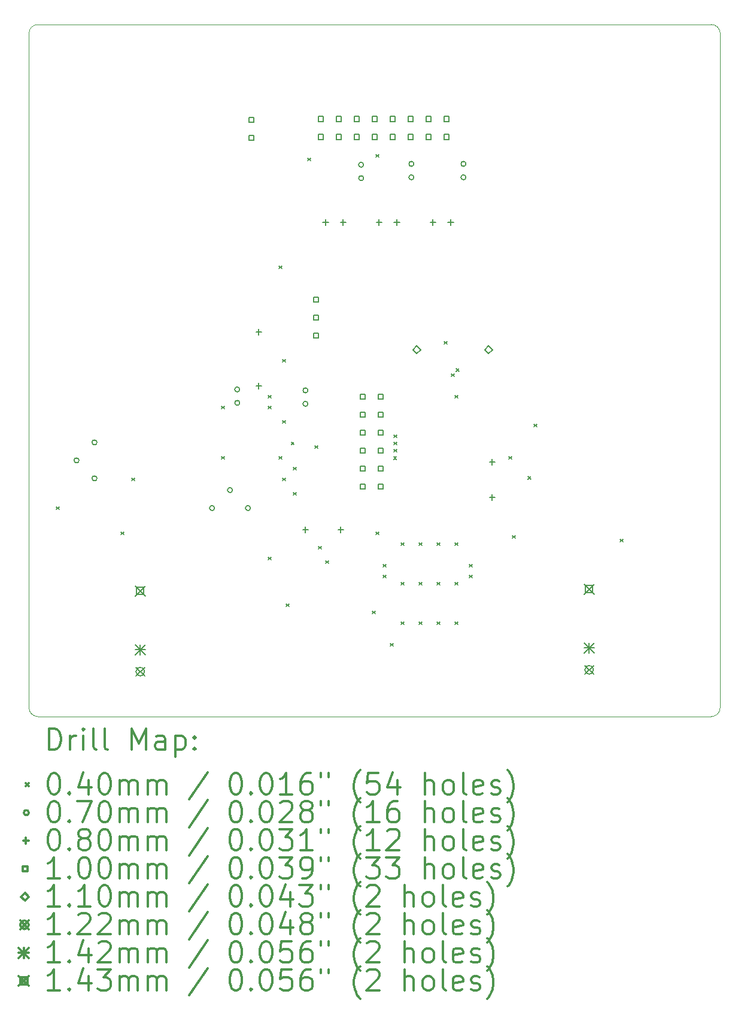
<source format=gbr>
%FSLAX45Y45*%
G04 Gerber Fmt 4.5, Leading zero omitted, Abs format (unit mm)*
G04 Created by KiCad (PCBNEW (5.1.5)-3) date 2022-04-14 12:46:40*
%MOMM*%
%LPD*%
G04 APERTURE LIST*
%TA.AperFunction,Profile*%
%ADD10C,0.050000*%
%TD*%
%ADD11C,0.200000*%
%ADD12C,0.300000*%
G04 APERTURE END LIST*
D10*
X13589000Y-13843000D02*
G75*
G02X13462000Y-13970000I-127000J0D01*
G01*
X3937000Y-13970000D02*
G75*
G02X3810000Y-13843000I0J127000D01*
G01*
X3810000Y-4318000D02*
G75*
G02X3937000Y-4191000I127000J0D01*
G01*
X13462000Y-4191000D02*
G75*
G02X13589000Y-4318000I0J-127000D01*
G01*
X3810000Y-4318000D02*
X3810000Y-13843000D01*
X13462000Y-4191000D02*
X3937000Y-4191000D01*
X13589000Y-13843000D02*
X13589000Y-4318000D01*
X3937000Y-13970000D02*
X13462000Y-13970000D01*
D11*
X4196400Y-11003600D02*
X4236400Y-11043600D01*
X4236400Y-11003600D02*
X4196400Y-11043600D01*
X5110800Y-11359200D02*
X5150800Y-11399200D01*
X5150800Y-11359200D02*
X5110800Y-11399200D01*
X5263200Y-10597200D02*
X5303200Y-10637200D01*
X5303200Y-10597200D02*
X5263200Y-10637200D01*
X6533200Y-9581200D02*
X6573200Y-9621200D01*
X6573200Y-9581200D02*
X6533200Y-9621200D01*
X6533200Y-10292400D02*
X6573200Y-10332400D01*
X6573200Y-10292400D02*
X6533200Y-10332400D01*
X7193600Y-9428800D02*
X7233600Y-9468800D01*
X7233600Y-9428800D02*
X7193600Y-9468800D01*
X7193600Y-9581200D02*
X7233600Y-9621200D01*
X7233600Y-9581200D02*
X7193600Y-9621200D01*
X7193600Y-11714800D02*
X7233600Y-11754800D01*
X7233600Y-11714800D02*
X7193600Y-11754800D01*
X7346000Y-7600000D02*
X7386000Y-7640000D01*
X7386000Y-7600000D02*
X7346000Y-7640000D01*
X7346000Y-10292400D02*
X7386000Y-10332400D01*
X7386000Y-10292400D02*
X7346000Y-10332400D01*
X7396800Y-8920800D02*
X7436800Y-8960800D01*
X7436800Y-8920800D02*
X7396800Y-8960800D01*
X7396800Y-9784400D02*
X7436800Y-9824400D01*
X7436800Y-9784400D02*
X7396800Y-9824400D01*
X7396800Y-10597200D02*
X7436800Y-10637200D01*
X7436800Y-10597200D02*
X7396800Y-10637200D01*
X7447600Y-12375200D02*
X7487600Y-12415200D01*
X7487600Y-12375200D02*
X7447600Y-12415200D01*
X7520100Y-10089200D02*
X7560100Y-10129200D01*
X7560100Y-10089200D02*
X7520100Y-10129200D01*
X7549200Y-10444800D02*
X7589200Y-10484800D01*
X7589200Y-10444800D02*
X7549200Y-10484800D01*
X7549200Y-10800400D02*
X7589200Y-10840400D01*
X7589200Y-10800400D02*
X7549200Y-10840400D01*
X7752400Y-6076000D02*
X7792400Y-6116000D01*
X7792400Y-6076000D02*
X7752400Y-6116000D01*
X7854000Y-10140000D02*
X7894000Y-10180000D01*
X7894000Y-10140000D02*
X7854000Y-10180000D01*
X7904800Y-11562400D02*
X7944800Y-11602400D01*
X7944800Y-11562400D02*
X7904800Y-11602400D01*
X8006400Y-11765600D02*
X8046400Y-11805600D01*
X8046400Y-11765600D02*
X8006400Y-11805600D01*
X8666800Y-12476800D02*
X8706800Y-12516800D01*
X8706800Y-12476800D02*
X8666800Y-12516800D01*
X8717600Y-6025200D02*
X8757600Y-6065200D01*
X8757600Y-6025200D02*
X8717600Y-6065200D01*
X8717600Y-11359200D02*
X8757600Y-11399200D01*
X8757600Y-11359200D02*
X8717600Y-11399200D01*
X8819200Y-11816400D02*
X8859200Y-11856400D01*
X8859200Y-11816400D02*
X8819200Y-11856400D01*
X8819200Y-11968800D02*
X8859200Y-12008800D01*
X8859200Y-11968800D02*
X8819200Y-12008800D01*
X8920800Y-12934000D02*
X8960800Y-12974000D01*
X8960800Y-12934000D02*
X8920800Y-12974000D01*
X8969739Y-10294261D02*
X9009739Y-10334261D01*
X9009739Y-10294261D02*
X8969739Y-10334261D01*
X8970204Y-10192196D02*
X9010204Y-10232196D01*
X9010204Y-10192196D02*
X8970204Y-10232196D01*
X8970669Y-10090131D02*
X9010669Y-10130131D01*
X9010669Y-10090131D02*
X8970669Y-10130131D01*
X8971135Y-9988065D02*
X9011135Y-10028065D01*
X9011135Y-9988065D02*
X8971135Y-10028065D01*
X9073200Y-11511600D02*
X9113200Y-11551600D01*
X9113200Y-11511600D02*
X9073200Y-11551600D01*
X9073200Y-12070400D02*
X9113200Y-12110400D01*
X9113200Y-12070400D02*
X9073200Y-12110400D01*
X9073200Y-12629200D02*
X9113200Y-12669200D01*
X9113200Y-12629200D02*
X9073200Y-12669200D01*
X9327200Y-11511600D02*
X9367200Y-11551600D01*
X9367200Y-11511600D02*
X9327200Y-11551600D01*
X9327200Y-12070400D02*
X9367200Y-12110400D01*
X9367200Y-12070400D02*
X9327200Y-12110400D01*
X9327200Y-12629200D02*
X9367200Y-12669200D01*
X9367200Y-12629200D02*
X9327200Y-12669200D01*
X9581200Y-11511600D02*
X9621200Y-11551600D01*
X9621200Y-11511600D02*
X9581200Y-11551600D01*
X9581200Y-12070400D02*
X9621200Y-12110400D01*
X9621200Y-12070400D02*
X9581200Y-12110400D01*
X9581200Y-12629200D02*
X9621200Y-12669200D01*
X9621200Y-12629200D02*
X9581200Y-12669200D01*
X9682500Y-8666800D02*
X9722500Y-8706800D01*
X9722500Y-8666800D02*
X9682500Y-8706800D01*
X9784400Y-9124000D02*
X9824400Y-9164000D01*
X9824400Y-9124000D02*
X9784400Y-9164000D01*
X9835200Y-9428800D02*
X9875200Y-9468800D01*
X9875200Y-9428800D02*
X9835200Y-9468800D01*
X9835200Y-11511600D02*
X9875200Y-11551600D01*
X9875200Y-11511600D02*
X9835200Y-11551600D01*
X9835200Y-12070400D02*
X9875200Y-12110400D01*
X9875200Y-12070400D02*
X9835200Y-12110400D01*
X9835200Y-12629200D02*
X9875200Y-12669200D01*
X9875200Y-12629200D02*
X9835200Y-12669200D01*
X9855111Y-9053289D02*
X9895111Y-9093289D01*
X9895111Y-9053289D02*
X9855111Y-9093289D01*
X10038400Y-11816400D02*
X10078400Y-11856400D01*
X10078400Y-11816400D02*
X10038400Y-11856400D01*
X10038400Y-11968800D02*
X10078400Y-12008800D01*
X10078400Y-11968800D02*
X10038400Y-12008800D01*
X10597200Y-10292400D02*
X10637200Y-10332400D01*
X10637200Y-10292400D02*
X10597200Y-10332400D01*
X10648000Y-11410000D02*
X10688000Y-11450000D01*
X10688000Y-11410000D02*
X10648000Y-11450000D01*
X10871450Y-10576950D02*
X10911450Y-10616950D01*
X10911450Y-10576950D02*
X10871450Y-10616950D01*
X10952800Y-9835200D02*
X10992800Y-9875200D01*
X10992800Y-9835200D02*
X10952800Y-9875200D01*
X12172000Y-11460800D02*
X12212000Y-11500800D01*
X12212000Y-11460800D02*
X12172000Y-11500800D01*
X6791400Y-9347200D02*
G75*
G03X6791400Y-9347200I-35000J0D01*
G01*
X6791400Y-9537200D02*
G75*
G03X6791400Y-9537200I-35000J0D01*
G01*
X6435800Y-11023600D02*
G75*
G03X6435800Y-11023600I-35000J0D01*
G01*
X6689800Y-10769600D02*
G75*
G03X6689800Y-10769600I-35000J0D01*
G01*
X6943800Y-11023600D02*
G75*
G03X6943800Y-11023600I-35000J0D01*
G01*
X9991800Y-6160000D02*
G75*
G03X9991800Y-6160000I-35000J0D01*
G01*
X9991800Y-6350000D02*
G75*
G03X9991800Y-6350000I-35000J0D01*
G01*
X7756600Y-9360400D02*
G75*
G03X7756600Y-9360400I-35000J0D01*
G01*
X7756600Y-9550400D02*
G75*
G03X7756600Y-9550400I-35000J0D01*
G01*
X9255200Y-6160000D02*
G75*
G03X9255200Y-6160000I-35000J0D01*
G01*
X9255200Y-6350000D02*
G75*
G03X9255200Y-6350000I-35000J0D01*
G01*
X8544000Y-6172200D02*
G75*
G03X8544000Y-6172200I-35000J0D01*
G01*
X8544000Y-6362200D02*
G75*
G03X8544000Y-6362200I-35000J0D01*
G01*
X4518100Y-10350500D02*
G75*
G03X4518100Y-10350500I-35000J0D01*
G01*
X4772100Y-10096500D02*
G75*
G03X4772100Y-10096500I-35000J0D01*
G01*
X4772100Y-10604500D02*
G75*
G03X4772100Y-10604500I-35000J0D01*
G01*
X8005000Y-6945000D02*
X8005000Y-7025000D01*
X7965000Y-6985000D02*
X8045000Y-6985000D01*
X8255000Y-6945000D02*
X8255000Y-7025000D01*
X8215000Y-6985000D02*
X8295000Y-6985000D01*
X10363200Y-10331200D02*
X10363200Y-10411200D01*
X10323200Y-10371200D02*
X10403200Y-10371200D01*
X10363200Y-10831200D02*
X10363200Y-10911200D01*
X10323200Y-10871200D02*
X10403200Y-10871200D01*
X7721600Y-11288400D02*
X7721600Y-11368400D01*
X7681600Y-11328400D02*
X7761600Y-11328400D01*
X8221600Y-11288400D02*
X8221600Y-11368400D01*
X8181600Y-11328400D02*
X8261600Y-11328400D01*
X9525000Y-6945000D02*
X9525000Y-7025000D01*
X9485000Y-6985000D02*
X9565000Y-6985000D01*
X9775000Y-6945000D02*
X9775000Y-7025000D01*
X9735000Y-6985000D02*
X9815000Y-6985000D01*
X8763000Y-6945000D02*
X8763000Y-7025000D01*
X8723000Y-6985000D02*
X8803000Y-6985000D01*
X9013000Y-6945000D02*
X9013000Y-7025000D01*
X8973000Y-6985000D02*
X9053000Y-6985000D01*
X7061200Y-8494400D02*
X7061200Y-8574400D01*
X7021200Y-8534400D02*
X7101200Y-8534400D01*
X7061200Y-9256400D02*
X7061200Y-9336400D01*
X7021200Y-9296400D02*
X7101200Y-9296400D01*
X7909356Y-8112556D02*
X7909356Y-8041844D01*
X7838644Y-8041844D01*
X7838644Y-8112556D01*
X7909356Y-8112556D01*
X7909356Y-8366556D02*
X7909356Y-8295844D01*
X7838644Y-8295844D01*
X7838644Y-8366556D01*
X7909356Y-8366556D01*
X7909356Y-8620556D02*
X7909356Y-8549844D01*
X7838644Y-8549844D01*
X7838644Y-8620556D01*
X7909356Y-8620556D01*
X7972856Y-5559856D02*
X7972856Y-5489144D01*
X7902144Y-5489144D01*
X7902144Y-5559856D01*
X7972856Y-5559856D01*
X7972856Y-5813856D02*
X7972856Y-5743144D01*
X7902144Y-5743144D01*
X7902144Y-5813856D01*
X7972856Y-5813856D01*
X8226856Y-5559856D02*
X8226856Y-5489144D01*
X8156144Y-5489144D01*
X8156144Y-5559856D01*
X8226856Y-5559856D01*
X8226856Y-5813856D02*
X8226856Y-5743144D01*
X8156144Y-5743144D01*
X8156144Y-5813856D01*
X8226856Y-5813856D01*
X8480856Y-5559856D02*
X8480856Y-5489144D01*
X8410144Y-5489144D01*
X8410144Y-5559856D01*
X8480856Y-5559856D01*
X8480856Y-5813856D02*
X8480856Y-5743144D01*
X8410144Y-5743144D01*
X8410144Y-5813856D01*
X8480856Y-5813856D01*
X8734856Y-5559856D02*
X8734856Y-5489144D01*
X8664144Y-5489144D01*
X8664144Y-5559856D01*
X8734856Y-5559856D01*
X8734856Y-5813856D02*
X8734856Y-5743144D01*
X8664144Y-5743144D01*
X8664144Y-5813856D01*
X8734856Y-5813856D01*
X8988856Y-5559856D02*
X8988856Y-5489144D01*
X8918144Y-5489144D01*
X8918144Y-5559856D01*
X8988856Y-5559856D01*
X8988856Y-5813856D02*
X8988856Y-5743144D01*
X8918144Y-5743144D01*
X8918144Y-5813856D01*
X8988856Y-5813856D01*
X9242856Y-5559856D02*
X9242856Y-5489144D01*
X9172144Y-5489144D01*
X9172144Y-5559856D01*
X9242856Y-5559856D01*
X9242856Y-5813856D02*
X9242856Y-5743144D01*
X9172144Y-5743144D01*
X9172144Y-5813856D01*
X9242856Y-5813856D01*
X9496856Y-5559856D02*
X9496856Y-5489144D01*
X9426144Y-5489144D01*
X9426144Y-5559856D01*
X9496856Y-5559856D01*
X9496856Y-5813856D02*
X9496856Y-5743144D01*
X9426144Y-5743144D01*
X9426144Y-5813856D01*
X9496856Y-5813856D01*
X9750856Y-5559856D02*
X9750856Y-5489144D01*
X9680144Y-5489144D01*
X9680144Y-5559856D01*
X9750856Y-5559856D01*
X9750856Y-5813856D02*
X9750856Y-5743144D01*
X9680144Y-5743144D01*
X9680144Y-5813856D01*
X9750856Y-5813856D01*
X8569756Y-9484156D02*
X8569756Y-9413444D01*
X8499044Y-9413444D01*
X8499044Y-9484156D01*
X8569756Y-9484156D01*
X8569756Y-9738156D02*
X8569756Y-9667444D01*
X8499044Y-9667444D01*
X8499044Y-9738156D01*
X8569756Y-9738156D01*
X8569756Y-9992156D02*
X8569756Y-9921444D01*
X8499044Y-9921444D01*
X8499044Y-9992156D01*
X8569756Y-9992156D01*
X8569756Y-10246156D02*
X8569756Y-10175444D01*
X8499044Y-10175444D01*
X8499044Y-10246156D01*
X8569756Y-10246156D01*
X8569756Y-10500156D02*
X8569756Y-10429444D01*
X8499044Y-10429444D01*
X8499044Y-10500156D01*
X8569756Y-10500156D01*
X8569756Y-10754156D02*
X8569756Y-10683444D01*
X8499044Y-10683444D01*
X8499044Y-10754156D01*
X8569756Y-10754156D01*
X8823756Y-9484156D02*
X8823756Y-9413444D01*
X8753044Y-9413444D01*
X8753044Y-9484156D01*
X8823756Y-9484156D01*
X8823756Y-9738156D02*
X8823756Y-9667444D01*
X8753044Y-9667444D01*
X8753044Y-9738156D01*
X8823756Y-9738156D01*
X8823756Y-9992156D02*
X8823756Y-9921444D01*
X8753044Y-9921444D01*
X8753044Y-9992156D01*
X8823756Y-9992156D01*
X8823756Y-10246156D02*
X8823756Y-10175444D01*
X8753044Y-10175444D01*
X8753044Y-10246156D01*
X8823756Y-10246156D01*
X8823756Y-10500156D02*
X8823756Y-10429444D01*
X8753044Y-10429444D01*
X8753044Y-10500156D01*
X8823756Y-10500156D01*
X8823756Y-10754156D02*
X8823756Y-10683444D01*
X8753044Y-10683444D01*
X8753044Y-10754156D01*
X8823756Y-10754156D01*
X6994956Y-5572556D02*
X6994956Y-5501844D01*
X6924244Y-5501844D01*
X6924244Y-5572556D01*
X6994956Y-5572556D01*
X6994956Y-5826556D02*
X6994956Y-5755844D01*
X6924244Y-5755844D01*
X6924244Y-5826556D01*
X6994956Y-5826556D01*
X9296400Y-8843400D02*
X9351400Y-8788400D01*
X9296400Y-8733400D01*
X9241400Y-8788400D01*
X9296400Y-8843400D01*
X10312400Y-8843400D02*
X10367400Y-8788400D01*
X10312400Y-8733400D01*
X10257400Y-8788400D01*
X10312400Y-8843400D01*
X5323800Y-13274000D02*
X5445800Y-13396000D01*
X5445800Y-13274000D02*
X5323800Y-13396000D01*
X5445800Y-13335000D02*
G75*
G03X5445800Y-13335000I-61000J0D01*
G01*
X11673800Y-13248600D02*
X11795800Y-13370600D01*
X11795800Y-13248600D02*
X11673800Y-13370600D01*
X11795800Y-13309600D02*
G75*
G03X11795800Y-13309600I-61000J0D01*
G01*
X5313800Y-12954000D02*
X5455800Y-13096000D01*
X5455800Y-12954000D02*
X5313800Y-13096000D01*
X5384800Y-12954000D02*
X5384800Y-13096000D01*
X5313800Y-13025000D02*
X5455800Y-13025000D01*
X11663800Y-12928600D02*
X11805800Y-13070600D01*
X11805800Y-12928600D02*
X11663800Y-13070600D01*
X11734800Y-12928600D02*
X11734800Y-13070600D01*
X11663800Y-12999600D02*
X11805800Y-12999600D01*
X5313300Y-12123500D02*
X5456300Y-12266500D01*
X5456300Y-12123500D02*
X5313300Y-12266500D01*
X5435359Y-12245559D02*
X5435359Y-12144441D01*
X5334241Y-12144441D01*
X5334241Y-12245559D01*
X5435359Y-12245559D01*
X11663300Y-12098100D02*
X11806300Y-12241100D01*
X11806300Y-12098100D02*
X11663300Y-12241100D01*
X11785359Y-12220159D02*
X11785359Y-12119041D01*
X11684241Y-12119041D01*
X11684241Y-12220159D01*
X11785359Y-12220159D01*
D12*
X4093928Y-14438214D02*
X4093928Y-14138214D01*
X4165357Y-14138214D01*
X4208214Y-14152500D01*
X4236786Y-14181071D01*
X4251071Y-14209643D01*
X4265357Y-14266786D01*
X4265357Y-14309643D01*
X4251071Y-14366786D01*
X4236786Y-14395357D01*
X4208214Y-14423929D01*
X4165357Y-14438214D01*
X4093928Y-14438214D01*
X4393928Y-14438214D02*
X4393928Y-14238214D01*
X4393928Y-14295357D02*
X4408214Y-14266786D01*
X4422500Y-14252500D01*
X4451071Y-14238214D01*
X4479643Y-14238214D01*
X4579643Y-14438214D02*
X4579643Y-14238214D01*
X4579643Y-14138214D02*
X4565357Y-14152500D01*
X4579643Y-14166786D01*
X4593928Y-14152500D01*
X4579643Y-14138214D01*
X4579643Y-14166786D01*
X4765357Y-14438214D02*
X4736786Y-14423929D01*
X4722500Y-14395357D01*
X4722500Y-14138214D01*
X4922500Y-14438214D02*
X4893928Y-14423929D01*
X4879643Y-14395357D01*
X4879643Y-14138214D01*
X5265357Y-14438214D02*
X5265357Y-14138214D01*
X5365357Y-14352500D01*
X5465357Y-14138214D01*
X5465357Y-14438214D01*
X5736786Y-14438214D02*
X5736786Y-14281071D01*
X5722500Y-14252500D01*
X5693928Y-14238214D01*
X5636786Y-14238214D01*
X5608214Y-14252500D01*
X5736786Y-14423929D02*
X5708214Y-14438214D01*
X5636786Y-14438214D01*
X5608214Y-14423929D01*
X5593928Y-14395357D01*
X5593928Y-14366786D01*
X5608214Y-14338214D01*
X5636786Y-14323929D01*
X5708214Y-14323929D01*
X5736786Y-14309643D01*
X5879643Y-14238214D02*
X5879643Y-14538214D01*
X5879643Y-14252500D02*
X5908214Y-14238214D01*
X5965357Y-14238214D01*
X5993928Y-14252500D01*
X6008214Y-14266786D01*
X6022500Y-14295357D01*
X6022500Y-14381071D01*
X6008214Y-14409643D01*
X5993928Y-14423929D01*
X5965357Y-14438214D01*
X5908214Y-14438214D01*
X5879643Y-14423929D01*
X6151071Y-14409643D02*
X6165357Y-14423929D01*
X6151071Y-14438214D01*
X6136786Y-14423929D01*
X6151071Y-14409643D01*
X6151071Y-14438214D01*
X6151071Y-14252500D02*
X6165357Y-14266786D01*
X6151071Y-14281071D01*
X6136786Y-14266786D01*
X6151071Y-14252500D01*
X6151071Y-14281071D01*
X3767500Y-14912500D02*
X3807500Y-14952500D01*
X3807500Y-14912500D02*
X3767500Y-14952500D01*
X4151071Y-14768214D02*
X4179643Y-14768214D01*
X4208214Y-14782500D01*
X4222500Y-14796786D01*
X4236786Y-14825357D01*
X4251071Y-14882500D01*
X4251071Y-14953929D01*
X4236786Y-15011071D01*
X4222500Y-15039643D01*
X4208214Y-15053929D01*
X4179643Y-15068214D01*
X4151071Y-15068214D01*
X4122500Y-15053929D01*
X4108214Y-15039643D01*
X4093928Y-15011071D01*
X4079643Y-14953929D01*
X4079643Y-14882500D01*
X4093928Y-14825357D01*
X4108214Y-14796786D01*
X4122500Y-14782500D01*
X4151071Y-14768214D01*
X4379643Y-15039643D02*
X4393928Y-15053929D01*
X4379643Y-15068214D01*
X4365357Y-15053929D01*
X4379643Y-15039643D01*
X4379643Y-15068214D01*
X4651071Y-14868214D02*
X4651071Y-15068214D01*
X4579643Y-14753929D02*
X4508214Y-14968214D01*
X4693928Y-14968214D01*
X4865357Y-14768214D02*
X4893928Y-14768214D01*
X4922500Y-14782500D01*
X4936786Y-14796786D01*
X4951071Y-14825357D01*
X4965357Y-14882500D01*
X4965357Y-14953929D01*
X4951071Y-15011071D01*
X4936786Y-15039643D01*
X4922500Y-15053929D01*
X4893928Y-15068214D01*
X4865357Y-15068214D01*
X4836786Y-15053929D01*
X4822500Y-15039643D01*
X4808214Y-15011071D01*
X4793928Y-14953929D01*
X4793928Y-14882500D01*
X4808214Y-14825357D01*
X4822500Y-14796786D01*
X4836786Y-14782500D01*
X4865357Y-14768214D01*
X5093928Y-15068214D02*
X5093928Y-14868214D01*
X5093928Y-14896786D02*
X5108214Y-14882500D01*
X5136786Y-14868214D01*
X5179643Y-14868214D01*
X5208214Y-14882500D01*
X5222500Y-14911071D01*
X5222500Y-15068214D01*
X5222500Y-14911071D02*
X5236786Y-14882500D01*
X5265357Y-14868214D01*
X5308214Y-14868214D01*
X5336786Y-14882500D01*
X5351071Y-14911071D01*
X5351071Y-15068214D01*
X5493928Y-15068214D02*
X5493928Y-14868214D01*
X5493928Y-14896786D02*
X5508214Y-14882500D01*
X5536786Y-14868214D01*
X5579643Y-14868214D01*
X5608214Y-14882500D01*
X5622500Y-14911071D01*
X5622500Y-15068214D01*
X5622500Y-14911071D02*
X5636786Y-14882500D01*
X5665357Y-14868214D01*
X5708214Y-14868214D01*
X5736786Y-14882500D01*
X5751071Y-14911071D01*
X5751071Y-15068214D01*
X6336786Y-14753929D02*
X6079643Y-15139643D01*
X6722500Y-14768214D02*
X6751071Y-14768214D01*
X6779643Y-14782500D01*
X6793928Y-14796786D01*
X6808214Y-14825357D01*
X6822500Y-14882500D01*
X6822500Y-14953929D01*
X6808214Y-15011071D01*
X6793928Y-15039643D01*
X6779643Y-15053929D01*
X6751071Y-15068214D01*
X6722500Y-15068214D01*
X6693928Y-15053929D01*
X6679643Y-15039643D01*
X6665357Y-15011071D01*
X6651071Y-14953929D01*
X6651071Y-14882500D01*
X6665357Y-14825357D01*
X6679643Y-14796786D01*
X6693928Y-14782500D01*
X6722500Y-14768214D01*
X6951071Y-15039643D02*
X6965357Y-15053929D01*
X6951071Y-15068214D01*
X6936786Y-15053929D01*
X6951071Y-15039643D01*
X6951071Y-15068214D01*
X7151071Y-14768214D02*
X7179643Y-14768214D01*
X7208214Y-14782500D01*
X7222500Y-14796786D01*
X7236786Y-14825357D01*
X7251071Y-14882500D01*
X7251071Y-14953929D01*
X7236786Y-15011071D01*
X7222500Y-15039643D01*
X7208214Y-15053929D01*
X7179643Y-15068214D01*
X7151071Y-15068214D01*
X7122500Y-15053929D01*
X7108214Y-15039643D01*
X7093928Y-15011071D01*
X7079643Y-14953929D01*
X7079643Y-14882500D01*
X7093928Y-14825357D01*
X7108214Y-14796786D01*
X7122500Y-14782500D01*
X7151071Y-14768214D01*
X7536786Y-15068214D02*
X7365357Y-15068214D01*
X7451071Y-15068214D02*
X7451071Y-14768214D01*
X7422500Y-14811071D01*
X7393928Y-14839643D01*
X7365357Y-14853929D01*
X7793928Y-14768214D02*
X7736786Y-14768214D01*
X7708214Y-14782500D01*
X7693928Y-14796786D01*
X7665357Y-14839643D01*
X7651071Y-14896786D01*
X7651071Y-15011071D01*
X7665357Y-15039643D01*
X7679643Y-15053929D01*
X7708214Y-15068214D01*
X7765357Y-15068214D01*
X7793928Y-15053929D01*
X7808214Y-15039643D01*
X7822500Y-15011071D01*
X7822500Y-14939643D01*
X7808214Y-14911071D01*
X7793928Y-14896786D01*
X7765357Y-14882500D01*
X7708214Y-14882500D01*
X7679643Y-14896786D01*
X7665357Y-14911071D01*
X7651071Y-14939643D01*
X7936786Y-14768214D02*
X7936786Y-14825357D01*
X8051071Y-14768214D02*
X8051071Y-14825357D01*
X8493928Y-15182500D02*
X8479643Y-15168214D01*
X8451071Y-15125357D01*
X8436786Y-15096786D01*
X8422500Y-15053929D01*
X8408214Y-14982500D01*
X8408214Y-14925357D01*
X8422500Y-14853929D01*
X8436786Y-14811071D01*
X8451071Y-14782500D01*
X8479643Y-14739643D01*
X8493928Y-14725357D01*
X8751071Y-14768214D02*
X8608214Y-14768214D01*
X8593928Y-14911071D01*
X8608214Y-14896786D01*
X8636786Y-14882500D01*
X8708214Y-14882500D01*
X8736786Y-14896786D01*
X8751071Y-14911071D01*
X8765357Y-14939643D01*
X8765357Y-15011071D01*
X8751071Y-15039643D01*
X8736786Y-15053929D01*
X8708214Y-15068214D01*
X8636786Y-15068214D01*
X8608214Y-15053929D01*
X8593928Y-15039643D01*
X9022500Y-14868214D02*
X9022500Y-15068214D01*
X8951071Y-14753929D02*
X8879643Y-14968214D01*
X9065357Y-14968214D01*
X9408214Y-15068214D02*
X9408214Y-14768214D01*
X9536786Y-15068214D02*
X9536786Y-14911071D01*
X9522500Y-14882500D01*
X9493928Y-14868214D01*
X9451071Y-14868214D01*
X9422500Y-14882500D01*
X9408214Y-14896786D01*
X9722500Y-15068214D02*
X9693928Y-15053929D01*
X9679643Y-15039643D01*
X9665357Y-15011071D01*
X9665357Y-14925357D01*
X9679643Y-14896786D01*
X9693928Y-14882500D01*
X9722500Y-14868214D01*
X9765357Y-14868214D01*
X9793928Y-14882500D01*
X9808214Y-14896786D01*
X9822500Y-14925357D01*
X9822500Y-15011071D01*
X9808214Y-15039643D01*
X9793928Y-15053929D01*
X9765357Y-15068214D01*
X9722500Y-15068214D01*
X9993928Y-15068214D02*
X9965357Y-15053929D01*
X9951071Y-15025357D01*
X9951071Y-14768214D01*
X10222500Y-15053929D02*
X10193928Y-15068214D01*
X10136786Y-15068214D01*
X10108214Y-15053929D01*
X10093928Y-15025357D01*
X10093928Y-14911071D01*
X10108214Y-14882500D01*
X10136786Y-14868214D01*
X10193928Y-14868214D01*
X10222500Y-14882500D01*
X10236786Y-14911071D01*
X10236786Y-14939643D01*
X10093928Y-14968214D01*
X10351071Y-15053929D02*
X10379643Y-15068214D01*
X10436786Y-15068214D01*
X10465357Y-15053929D01*
X10479643Y-15025357D01*
X10479643Y-15011071D01*
X10465357Y-14982500D01*
X10436786Y-14968214D01*
X10393928Y-14968214D01*
X10365357Y-14953929D01*
X10351071Y-14925357D01*
X10351071Y-14911071D01*
X10365357Y-14882500D01*
X10393928Y-14868214D01*
X10436786Y-14868214D01*
X10465357Y-14882500D01*
X10579643Y-15182500D02*
X10593928Y-15168214D01*
X10622500Y-15125357D01*
X10636786Y-15096786D01*
X10651071Y-15053929D01*
X10665357Y-14982500D01*
X10665357Y-14925357D01*
X10651071Y-14853929D01*
X10636786Y-14811071D01*
X10622500Y-14782500D01*
X10593928Y-14739643D01*
X10579643Y-14725357D01*
X3807500Y-15328500D02*
G75*
G03X3807500Y-15328500I-35000J0D01*
G01*
X4151071Y-15164214D02*
X4179643Y-15164214D01*
X4208214Y-15178500D01*
X4222500Y-15192786D01*
X4236786Y-15221357D01*
X4251071Y-15278500D01*
X4251071Y-15349929D01*
X4236786Y-15407071D01*
X4222500Y-15435643D01*
X4208214Y-15449929D01*
X4179643Y-15464214D01*
X4151071Y-15464214D01*
X4122500Y-15449929D01*
X4108214Y-15435643D01*
X4093928Y-15407071D01*
X4079643Y-15349929D01*
X4079643Y-15278500D01*
X4093928Y-15221357D01*
X4108214Y-15192786D01*
X4122500Y-15178500D01*
X4151071Y-15164214D01*
X4379643Y-15435643D02*
X4393928Y-15449929D01*
X4379643Y-15464214D01*
X4365357Y-15449929D01*
X4379643Y-15435643D01*
X4379643Y-15464214D01*
X4493928Y-15164214D02*
X4693928Y-15164214D01*
X4565357Y-15464214D01*
X4865357Y-15164214D02*
X4893928Y-15164214D01*
X4922500Y-15178500D01*
X4936786Y-15192786D01*
X4951071Y-15221357D01*
X4965357Y-15278500D01*
X4965357Y-15349929D01*
X4951071Y-15407071D01*
X4936786Y-15435643D01*
X4922500Y-15449929D01*
X4893928Y-15464214D01*
X4865357Y-15464214D01*
X4836786Y-15449929D01*
X4822500Y-15435643D01*
X4808214Y-15407071D01*
X4793928Y-15349929D01*
X4793928Y-15278500D01*
X4808214Y-15221357D01*
X4822500Y-15192786D01*
X4836786Y-15178500D01*
X4865357Y-15164214D01*
X5093928Y-15464214D02*
X5093928Y-15264214D01*
X5093928Y-15292786D02*
X5108214Y-15278500D01*
X5136786Y-15264214D01*
X5179643Y-15264214D01*
X5208214Y-15278500D01*
X5222500Y-15307071D01*
X5222500Y-15464214D01*
X5222500Y-15307071D02*
X5236786Y-15278500D01*
X5265357Y-15264214D01*
X5308214Y-15264214D01*
X5336786Y-15278500D01*
X5351071Y-15307071D01*
X5351071Y-15464214D01*
X5493928Y-15464214D02*
X5493928Y-15264214D01*
X5493928Y-15292786D02*
X5508214Y-15278500D01*
X5536786Y-15264214D01*
X5579643Y-15264214D01*
X5608214Y-15278500D01*
X5622500Y-15307071D01*
X5622500Y-15464214D01*
X5622500Y-15307071D02*
X5636786Y-15278500D01*
X5665357Y-15264214D01*
X5708214Y-15264214D01*
X5736786Y-15278500D01*
X5751071Y-15307071D01*
X5751071Y-15464214D01*
X6336786Y-15149929D02*
X6079643Y-15535643D01*
X6722500Y-15164214D02*
X6751071Y-15164214D01*
X6779643Y-15178500D01*
X6793928Y-15192786D01*
X6808214Y-15221357D01*
X6822500Y-15278500D01*
X6822500Y-15349929D01*
X6808214Y-15407071D01*
X6793928Y-15435643D01*
X6779643Y-15449929D01*
X6751071Y-15464214D01*
X6722500Y-15464214D01*
X6693928Y-15449929D01*
X6679643Y-15435643D01*
X6665357Y-15407071D01*
X6651071Y-15349929D01*
X6651071Y-15278500D01*
X6665357Y-15221357D01*
X6679643Y-15192786D01*
X6693928Y-15178500D01*
X6722500Y-15164214D01*
X6951071Y-15435643D02*
X6965357Y-15449929D01*
X6951071Y-15464214D01*
X6936786Y-15449929D01*
X6951071Y-15435643D01*
X6951071Y-15464214D01*
X7151071Y-15164214D02*
X7179643Y-15164214D01*
X7208214Y-15178500D01*
X7222500Y-15192786D01*
X7236786Y-15221357D01*
X7251071Y-15278500D01*
X7251071Y-15349929D01*
X7236786Y-15407071D01*
X7222500Y-15435643D01*
X7208214Y-15449929D01*
X7179643Y-15464214D01*
X7151071Y-15464214D01*
X7122500Y-15449929D01*
X7108214Y-15435643D01*
X7093928Y-15407071D01*
X7079643Y-15349929D01*
X7079643Y-15278500D01*
X7093928Y-15221357D01*
X7108214Y-15192786D01*
X7122500Y-15178500D01*
X7151071Y-15164214D01*
X7365357Y-15192786D02*
X7379643Y-15178500D01*
X7408214Y-15164214D01*
X7479643Y-15164214D01*
X7508214Y-15178500D01*
X7522500Y-15192786D01*
X7536786Y-15221357D01*
X7536786Y-15249929D01*
X7522500Y-15292786D01*
X7351071Y-15464214D01*
X7536786Y-15464214D01*
X7708214Y-15292786D02*
X7679643Y-15278500D01*
X7665357Y-15264214D01*
X7651071Y-15235643D01*
X7651071Y-15221357D01*
X7665357Y-15192786D01*
X7679643Y-15178500D01*
X7708214Y-15164214D01*
X7765357Y-15164214D01*
X7793928Y-15178500D01*
X7808214Y-15192786D01*
X7822500Y-15221357D01*
X7822500Y-15235643D01*
X7808214Y-15264214D01*
X7793928Y-15278500D01*
X7765357Y-15292786D01*
X7708214Y-15292786D01*
X7679643Y-15307071D01*
X7665357Y-15321357D01*
X7651071Y-15349929D01*
X7651071Y-15407071D01*
X7665357Y-15435643D01*
X7679643Y-15449929D01*
X7708214Y-15464214D01*
X7765357Y-15464214D01*
X7793928Y-15449929D01*
X7808214Y-15435643D01*
X7822500Y-15407071D01*
X7822500Y-15349929D01*
X7808214Y-15321357D01*
X7793928Y-15307071D01*
X7765357Y-15292786D01*
X7936786Y-15164214D02*
X7936786Y-15221357D01*
X8051071Y-15164214D02*
X8051071Y-15221357D01*
X8493928Y-15578500D02*
X8479643Y-15564214D01*
X8451071Y-15521357D01*
X8436786Y-15492786D01*
X8422500Y-15449929D01*
X8408214Y-15378500D01*
X8408214Y-15321357D01*
X8422500Y-15249929D01*
X8436786Y-15207071D01*
X8451071Y-15178500D01*
X8479643Y-15135643D01*
X8493928Y-15121357D01*
X8765357Y-15464214D02*
X8593928Y-15464214D01*
X8679643Y-15464214D02*
X8679643Y-15164214D01*
X8651071Y-15207071D01*
X8622500Y-15235643D01*
X8593928Y-15249929D01*
X9022500Y-15164214D02*
X8965357Y-15164214D01*
X8936786Y-15178500D01*
X8922500Y-15192786D01*
X8893928Y-15235643D01*
X8879643Y-15292786D01*
X8879643Y-15407071D01*
X8893928Y-15435643D01*
X8908214Y-15449929D01*
X8936786Y-15464214D01*
X8993928Y-15464214D01*
X9022500Y-15449929D01*
X9036786Y-15435643D01*
X9051071Y-15407071D01*
X9051071Y-15335643D01*
X9036786Y-15307071D01*
X9022500Y-15292786D01*
X8993928Y-15278500D01*
X8936786Y-15278500D01*
X8908214Y-15292786D01*
X8893928Y-15307071D01*
X8879643Y-15335643D01*
X9408214Y-15464214D02*
X9408214Y-15164214D01*
X9536786Y-15464214D02*
X9536786Y-15307071D01*
X9522500Y-15278500D01*
X9493928Y-15264214D01*
X9451071Y-15264214D01*
X9422500Y-15278500D01*
X9408214Y-15292786D01*
X9722500Y-15464214D02*
X9693928Y-15449929D01*
X9679643Y-15435643D01*
X9665357Y-15407071D01*
X9665357Y-15321357D01*
X9679643Y-15292786D01*
X9693928Y-15278500D01*
X9722500Y-15264214D01*
X9765357Y-15264214D01*
X9793928Y-15278500D01*
X9808214Y-15292786D01*
X9822500Y-15321357D01*
X9822500Y-15407071D01*
X9808214Y-15435643D01*
X9793928Y-15449929D01*
X9765357Y-15464214D01*
X9722500Y-15464214D01*
X9993928Y-15464214D02*
X9965357Y-15449929D01*
X9951071Y-15421357D01*
X9951071Y-15164214D01*
X10222500Y-15449929D02*
X10193928Y-15464214D01*
X10136786Y-15464214D01*
X10108214Y-15449929D01*
X10093928Y-15421357D01*
X10093928Y-15307071D01*
X10108214Y-15278500D01*
X10136786Y-15264214D01*
X10193928Y-15264214D01*
X10222500Y-15278500D01*
X10236786Y-15307071D01*
X10236786Y-15335643D01*
X10093928Y-15364214D01*
X10351071Y-15449929D02*
X10379643Y-15464214D01*
X10436786Y-15464214D01*
X10465357Y-15449929D01*
X10479643Y-15421357D01*
X10479643Y-15407071D01*
X10465357Y-15378500D01*
X10436786Y-15364214D01*
X10393928Y-15364214D01*
X10365357Y-15349929D01*
X10351071Y-15321357D01*
X10351071Y-15307071D01*
X10365357Y-15278500D01*
X10393928Y-15264214D01*
X10436786Y-15264214D01*
X10465357Y-15278500D01*
X10579643Y-15578500D02*
X10593928Y-15564214D01*
X10622500Y-15521357D01*
X10636786Y-15492786D01*
X10651071Y-15449929D01*
X10665357Y-15378500D01*
X10665357Y-15321357D01*
X10651071Y-15249929D01*
X10636786Y-15207071D01*
X10622500Y-15178500D01*
X10593928Y-15135643D01*
X10579643Y-15121357D01*
X3767500Y-15684500D02*
X3767500Y-15764500D01*
X3727500Y-15724500D02*
X3807500Y-15724500D01*
X4151071Y-15560214D02*
X4179643Y-15560214D01*
X4208214Y-15574500D01*
X4222500Y-15588786D01*
X4236786Y-15617357D01*
X4251071Y-15674500D01*
X4251071Y-15745929D01*
X4236786Y-15803071D01*
X4222500Y-15831643D01*
X4208214Y-15845929D01*
X4179643Y-15860214D01*
X4151071Y-15860214D01*
X4122500Y-15845929D01*
X4108214Y-15831643D01*
X4093928Y-15803071D01*
X4079643Y-15745929D01*
X4079643Y-15674500D01*
X4093928Y-15617357D01*
X4108214Y-15588786D01*
X4122500Y-15574500D01*
X4151071Y-15560214D01*
X4379643Y-15831643D02*
X4393928Y-15845929D01*
X4379643Y-15860214D01*
X4365357Y-15845929D01*
X4379643Y-15831643D01*
X4379643Y-15860214D01*
X4565357Y-15688786D02*
X4536786Y-15674500D01*
X4522500Y-15660214D01*
X4508214Y-15631643D01*
X4508214Y-15617357D01*
X4522500Y-15588786D01*
X4536786Y-15574500D01*
X4565357Y-15560214D01*
X4622500Y-15560214D01*
X4651071Y-15574500D01*
X4665357Y-15588786D01*
X4679643Y-15617357D01*
X4679643Y-15631643D01*
X4665357Y-15660214D01*
X4651071Y-15674500D01*
X4622500Y-15688786D01*
X4565357Y-15688786D01*
X4536786Y-15703071D01*
X4522500Y-15717357D01*
X4508214Y-15745929D01*
X4508214Y-15803071D01*
X4522500Y-15831643D01*
X4536786Y-15845929D01*
X4565357Y-15860214D01*
X4622500Y-15860214D01*
X4651071Y-15845929D01*
X4665357Y-15831643D01*
X4679643Y-15803071D01*
X4679643Y-15745929D01*
X4665357Y-15717357D01*
X4651071Y-15703071D01*
X4622500Y-15688786D01*
X4865357Y-15560214D02*
X4893928Y-15560214D01*
X4922500Y-15574500D01*
X4936786Y-15588786D01*
X4951071Y-15617357D01*
X4965357Y-15674500D01*
X4965357Y-15745929D01*
X4951071Y-15803071D01*
X4936786Y-15831643D01*
X4922500Y-15845929D01*
X4893928Y-15860214D01*
X4865357Y-15860214D01*
X4836786Y-15845929D01*
X4822500Y-15831643D01*
X4808214Y-15803071D01*
X4793928Y-15745929D01*
X4793928Y-15674500D01*
X4808214Y-15617357D01*
X4822500Y-15588786D01*
X4836786Y-15574500D01*
X4865357Y-15560214D01*
X5093928Y-15860214D02*
X5093928Y-15660214D01*
X5093928Y-15688786D02*
X5108214Y-15674500D01*
X5136786Y-15660214D01*
X5179643Y-15660214D01*
X5208214Y-15674500D01*
X5222500Y-15703071D01*
X5222500Y-15860214D01*
X5222500Y-15703071D02*
X5236786Y-15674500D01*
X5265357Y-15660214D01*
X5308214Y-15660214D01*
X5336786Y-15674500D01*
X5351071Y-15703071D01*
X5351071Y-15860214D01*
X5493928Y-15860214D02*
X5493928Y-15660214D01*
X5493928Y-15688786D02*
X5508214Y-15674500D01*
X5536786Y-15660214D01*
X5579643Y-15660214D01*
X5608214Y-15674500D01*
X5622500Y-15703071D01*
X5622500Y-15860214D01*
X5622500Y-15703071D02*
X5636786Y-15674500D01*
X5665357Y-15660214D01*
X5708214Y-15660214D01*
X5736786Y-15674500D01*
X5751071Y-15703071D01*
X5751071Y-15860214D01*
X6336786Y-15545929D02*
X6079643Y-15931643D01*
X6722500Y-15560214D02*
X6751071Y-15560214D01*
X6779643Y-15574500D01*
X6793928Y-15588786D01*
X6808214Y-15617357D01*
X6822500Y-15674500D01*
X6822500Y-15745929D01*
X6808214Y-15803071D01*
X6793928Y-15831643D01*
X6779643Y-15845929D01*
X6751071Y-15860214D01*
X6722500Y-15860214D01*
X6693928Y-15845929D01*
X6679643Y-15831643D01*
X6665357Y-15803071D01*
X6651071Y-15745929D01*
X6651071Y-15674500D01*
X6665357Y-15617357D01*
X6679643Y-15588786D01*
X6693928Y-15574500D01*
X6722500Y-15560214D01*
X6951071Y-15831643D02*
X6965357Y-15845929D01*
X6951071Y-15860214D01*
X6936786Y-15845929D01*
X6951071Y-15831643D01*
X6951071Y-15860214D01*
X7151071Y-15560214D02*
X7179643Y-15560214D01*
X7208214Y-15574500D01*
X7222500Y-15588786D01*
X7236786Y-15617357D01*
X7251071Y-15674500D01*
X7251071Y-15745929D01*
X7236786Y-15803071D01*
X7222500Y-15831643D01*
X7208214Y-15845929D01*
X7179643Y-15860214D01*
X7151071Y-15860214D01*
X7122500Y-15845929D01*
X7108214Y-15831643D01*
X7093928Y-15803071D01*
X7079643Y-15745929D01*
X7079643Y-15674500D01*
X7093928Y-15617357D01*
X7108214Y-15588786D01*
X7122500Y-15574500D01*
X7151071Y-15560214D01*
X7351071Y-15560214D02*
X7536786Y-15560214D01*
X7436786Y-15674500D01*
X7479643Y-15674500D01*
X7508214Y-15688786D01*
X7522500Y-15703071D01*
X7536786Y-15731643D01*
X7536786Y-15803071D01*
X7522500Y-15831643D01*
X7508214Y-15845929D01*
X7479643Y-15860214D01*
X7393928Y-15860214D01*
X7365357Y-15845929D01*
X7351071Y-15831643D01*
X7822500Y-15860214D02*
X7651071Y-15860214D01*
X7736786Y-15860214D02*
X7736786Y-15560214D01*
X7708214Y-15603071D01*
X7679643Y-15631643D01*
X7651071Y-15645929D01*
X7936786Y-15560214D02*
X7936786Y-15617357D01*
X8051071Y-15560214D02*
X8051071Y-15617357D01*
X8493928Y-15974500D02*
X8479643Y-15960214D01*
X8451071Y-15917357D01*
X8436786Y-15888786D01*
X8422500Y-15845929D01*
X8408214Y-15774500D01*
X8408214Y-15717357D01*
X8422500Y-15645929D01*
X8436786Y-15603071D01*
X8451071Y-15574500D01*
X8479643Y-15531643D01*
X8493928Y-15517357D01*
X8765357Y-15860214D02*
X8593928Y-15860214D01*
X8679643Y-15860214D02*
X8679643Y-15560214D01*
X8651071Y-15603071D01*
X8622500Y-15631643D01*
X8593928Y-15645929D01*
X8879643Y-15588786D02*
X8893928Y-15574500D01*
X8922500Y-15560214D01*
X8993928Y-15560214D01*
X9022500Y-15574500D01*
X9036786Y-15588786D01*
X9051071Y-15617357D01*
X9051071Y-15645929D01*
X9036786Y-15688786D01*
X8865357Y-15860214D01*
X9051071Y-15860214D01*
X9408214Y-15860214D02*
X9408214Y-15560214D01*
X9536786Y-15860214D02*
X9536786Y-15703071D01*
X9522500Y-15674500D01*
X9493928Y-15660214D01*
X9451071Y-15660214D01*
X9422500Y-15674500D01*
X9408214Y-15688786D01*
X9722500Y-15860214D02*
X9693928Y-15845929D01*
X9679643Y-15831643D01*
X9665357Y-15803071D01*
X9665357Y-15717357D01*
X9679643Y-15688786D01*
X9693928Y-15674500D01*
X9722500Y-15660214D01*
X9765357Y-15660214D01*
X9793928Y-15674500D01*
X9808214Y-15688786D01*
X9822500Y-15717357D01*
X9822500Y-15803071D01*
X9808214Y-15831643D01*
X9793928Y-15845929D01*
X9765357Y-15860214D01*
X9722500Y-15860214D01*
X9993928Y-15860214D02*
X9965357Y-15845929D01*
X9951071Y-15817357D01*
X9951071Y-15560214D01*
X10222500Y-15845929D02*
X10193928Y-15860214D01*
X10136786Y-15860214D01*
X10108214Y-15845929D01*
X10093928Y-15817357D01*
X10093928Y-15703071D01*
X10108214Y-15674500D01*
X10136786Y-15660214D01*
X10193928Y-15660214D01*
X10222500Y-15674500D01*
X10236786Y-15703071D01*
X10236786Y-15731643D01*
X10093928Y-15760214D01*
X10351071Y-15845929D02*
X10379643Y-15860214D01*
X10436786Y-15860214D01*
X10465357Y-15845929D01*
X10479643Y-15817357D01*
X10479643Y-15803071D01*
X10465357Y-15774500D01*
X10436786Y-15760214D01*
X10393928Y-15760214D01*
X10365357Y-15745929D01*
X10351071Y-15717357D01*
X10351071Y-15703071D01*
X10365357Y-15674500D01*
X10393928Y-15660214D01*
X10436786Y-15660214D01*
X10465357Y-15674500D01*
X10579643Y-15974500D02*
X10593928Y-15960214D01*
X10622500Y-15917357D01*
X10636786Y-15888786D01*
X10651071Y-15845929D01*
X10665357Y-15774500D01*
X10665357Y-15717357D01*
X10651071Y-15645929D01*
X10636786Y-15603071D01*
X10622500Y-15574500D01*
X10593928Y-15531643D01*
X10579643Y-15517357D01*
X3792856Y-16155856D02*
X3792856Y-16085144D01*
X3722144Y-16085144D01*
X3722144Y-16155856D01*
X3792856Y-16155856D01*
X4251071Y-16256214D02*
X4079643Y-16256214D01*
X4165357Y-16256214D02*
X4165357Y-15956214D01*
X4136786Y-15999071D01*
X4108214Y-16027643D01*
X4079643Y-16041929D01*
X4379643Y-16227643D02*
X4393928Y-16241929D01*
X4379643Y-16256214D01*
X4365357Y-16241929D01*
X4379643Y-16227643D01*
X4379643Y-16256214D01*
X4579643Y-15956214D02*
X4608214Y-15956214D01*
X4636786Y-15970500D01*
X4651071Y-15984786D01*
X4665357Y-16013357D01*
X4679643Y-16070500D01*
X4679643Y-16141929D01*
X4665357Y-16199071D01*
X4651071Y-16227643D01*
X4636786Y-16241929D01*
X4608214Y-16256214D01*
X4579643Y-16256214D01*
X4551071Y-16241929D01*
X4536786Y-16227643D01*
X4522500Y-16199071D01*
X4508214Y-16141929D01*
X4508214Y-16070500D01*
X4522500Y-16013357D01*
X4536786Y-15984786D01*
X4551071Y-15970500D01*
X4579643Y-15956214D01*
X4865357Y-15956214D02*
X4893928Y-15956214D01*
X4922500Y-15970500D01*
X4936786Y-15984786D01*
X4951071Y-16013357D01*
X4965357Y-16070500D01*
X4965357Y-16141929D01*
X4951071Y-16199071D01*
X4936786Y-16227643D01*
X4922500Y-16241929D01*
X4893928Y-16256214D01*
X4865357Y-16256214D01*
X4836786Y-16241929D01*
X4822500Y-16227643D01*
X4808214Y-16199071D01*
X4793928Y-16141929D01*
X4793928Y-16070500D01*
X4808214Y-16013357D01*
X4822500Y-15984786D01*
X4836786Y-15970500D01*
X4865357Y-15956214D01*
X5093928Y-16256214D02*
X5093928Y-16056214D01*
X5093928Y-16084786D02*
X5108214Y-16070500D01*
X5136786Y-16056214D01*
X5179643Y-16056214D01*
X5208214Y-16070500D01*
X5222500Y-16099071D01*
X5222500Y-16256214D01*
X5222500Y-16099071D02*
X5236786Y-16070500D01*
X5265357Y-16056214D01*
X5308214Y-16056214D01*
X5336786Y-16070500D01*
X5351071Y-16099071D01*
X5351071Y-16256214D01*
X5493928Y-16256214D02*
X5493928Y-16056214D01*
X5493928Y-16084786D02*
X5508214Y-16070500D01*
X5536786Y-16056214D01*
X5579643Y-16056214D01*
X5608214Y-16070500D01*
X5622500Y-16099071D01*
X5622500Y-16256214D01*
X5622500Y-16099071D02*
X5636786Y-16070500D01*
X5665357Y-16056214D01*
X5708214Y-16056214D01*
X5736786Y-16070500D01*
X5751071Y-16099071D01*
X5751071Y-16256214D01*
X6336786Y-15941929D02*
X6079643Y-16327643D01*
X6722500Y-15956214D02*
X6751071Y-15956214D01*
X6779643Y-15970500D01*
X6793928Y-15984786D01*
X6808214Y-16013357D01*
X6822500Y-16070500D01*
X6822500Y-16141929D01*
X6808214Y-16199071D01*
X6793928Y-16227643D01*
X6779643Y-16241929D01*
X6751071Y-16256214D01*
X6722500Y-16256214D01*
X6693928Y-16241929D01*
X6679643Y-16227643D01*
X6665357Y-16199071D01*
X6651071Y-16141929D01*
X6651071Y-16070500D01*
X6665357Y-16013357D01*
X6679643Y-15984786D01*
X6693928Y-15970500D01*
X6722500Y-15956214D01*
X6951071Y-16227643D02*
X6965357Y-16241929D01*
X6951071Y-16256214D01*
X6936786Y-16241929D01*
X6951071Y-16227643D01*
X6951071Y-16256214D01*
X7151071Y-15956214D02*
X7179643Y-15956214D01*
X7208214Y-15970500D01*
X7222500Y-15984786D01*
X7236786Y-16013357D01*
X7251071Y-16070500D01*
X7251071Y-16141929D01*
X7236786Y-16199071D01*
X7222500Y-16227643D01*
X7208214Y-16241929D01*
X7179643Y-16256214D01*
X7151071Y-16256214D01*
X7122500Y-16241929D01*
X7108214Y-16227643D01*
X7093928Y-16199071D01*
X7079643Y-16141929D01*
X7079643Y-16070500D01*
X7093928Y-16013357D01*
X7108214Y-15984786D01*
X7122500Y-15970500D01*
X7151071Y-15956214D01*
X7351071Y-15956214D02*
X7536786Y-15956214D01*
X7436786Y-16070500D01*
X7479643Y-16070500D01*
X7508214Y-16084786D01*
X7522500Y-16099071D01*
X7536786Y-16127643D01*
X7536786Y-16199071D01*
X7522500Y-16227643D01*
X7508214Y-16241929D01*
X7479643Y-16256214D01*
X7393928Y-16256214D01*
X7365357Y-16241929D01*
X7351071Y-16227643D01*
X7679643Y-16256214D02*
X7736786Y-16256214D01*
X7765357Y-16241929D01*
X7779643Y-16227643D01*
X7808214Y-16184786D01*
X7822500Y-16127643D01*
X7822500Y-16013357D01*
X7808214Y-15984786D01*
X7793928Y-15970500D01*
X7765357Y-15956214D01*
X7708214Y-15956214D01*
X7679643Y-15970500D01*
X7665357Y-15984786D01*
X7651071Y-16013357D01*
X7651071Y-16084786D01*
X7665357Y-16113357D01*
X7679643Y-16127643D01*
X7708214Y-16141929D01*
X7765357Y-16141929D01*
X7793928Y-16127643D01*
X7808214Y-16113357D01*
X7822500Y-16084786D01*
X7936786Y-15956214D02*
X7936786Y-16013357D01*
X8051071Y-15956214D02*
X8051071Y-16013357D01*
X8493928Y-16370500D02*
X8479643Y-16356214D01*
X8451071Y-16313357D01*
X8436786Y-16284786D01*
X8422500Y-16241929D01*
X8408214Y-16170500D01*
X8408214Y-16113357D01*
X8422500Y-16041929D01*
X8436786Y-15999071D01*
X8451071Y-15970500D01*
X8479643Y-15927643D01*
X8493928Y-15913357D01*
X8579643Y-15956214D02*
X8765357Y-15956214D01*
X8665357Y-16070500D01*
X8708214Y-16070500D01*
X8736786Y-16084786D01*
X8751071Y-16099071D01*
X8765357Y-16127643D01*
X8765357Y-16199071D01*
X8751071Y-16227643D01*
X8736786Y-16241929D01*
X8708214Y-16256214D01*
X8622500Y-16256214D01*
X8593928Y-16241929D01*
X8579643Y-16227643D01*
X8865357Y-15956214D02*
X9051071Y-15956214D01*
X8951071Y-16070500D01*
X8993928Y-16070500D01*
X9022500Y-16084786D01*
X9036786Y-16099071D01*
X9051071Y-16127643D01*
X9051071Y-16199071D01*
X9036786Y-16227643D01*
X9022500Y-16241929D01*
X8993928Y-16256214D01*
X8908214Y-16256214D01*
X8879643Y-16241929D01*
X8865357Y-16227643D01*
X9408214Y-16256214D02*
X9408214Y-15956214D01*
X9536786Y-16256214D02*
X9536786Y-16099071D01*
X9522500Y-16070500D01*
X9493928Y-16056214D01*
X9451071Y-16056214D01*
X9422500Y-16070500D01*
X9408214Y-16084786D01*
X9722500Y-16256214D02*
X9693928Y-16241929D01*
X9679643Y-16227643D01*
X9665357Y-16199071D01*
X9665357Y-16113357D01*
X9679643Y-16084786D01*
X9693928Y-16070500D01*
X9722500Y-16056214D01*
X9765357Y-16056214D01*
X9793928Y-16070500D01*
X9808214Y-16084786D01*
X9822500Y-16113357D01*
X9822500Y-16199071D01*
X9808214Y-16227643D01*
X9793928Y-16241929D01*
X9765357Y-16256214D01*
X9722500Y-16256214D01*
X9993928Y-16256214D02*
X9965357Y-16241929D01*
X9951071Y-16213357D01*
X9951071Y-15956214D01*
X10222500Y-16241929D02*
X10193928Y-16256214D01*
X10136786Y-16256214D01*
X10108214Y-16241929D01*
X10093928Y-16213357D01*
X10093928Y-16099071D01*
X10108214Y-16070500D01*
X10136786Y-16056214D01*
X10193928Y-16056214D01*
X10222500Y-16070500D01*
X10236786Y-16099071D01*
X10236786Y-16127643D01*
X10093928Y-16156214D01*
X10351071Y-16241929D02*
X10379643Y-16256214D01*
X10436786Y-16256214D01*
X10465357Y-16241929D01*
X10479643Y-16213357D01*
X10479643Y-16199071D01*
X10465357Y-16170500D01*
X10436786Y-16156214D01*
X10393928Y-16156214D01*
X10365357Y-16141929D01*
X10351071Y-16113357D01*
X10351071Y-16099071D01*
X10365357Y-16070500D01*
X10393928Y-16056214D01*
X10436786Y-16056214D01*
X10465357Y-16070500D01*
X10579643Y-16370500D02*
X10593928Y-16356214D01*
X10622500Y-16313357D01*
X10636786Y-16284786D01*
X10651071Y-16241929D01*
X10665357Y-16170500D01*
X10665357Y-16113357D01*
X10651071Y-16041929D01*
X10636786Y-15999071D01*
X10622500Y-15970500D01*
X10593928Y-15927643D01*
X10579643Y-15913357D01*
X3752500Y-16571500D02*
X3807500Y-16516500D01*
X3752500Y-16461500D01*
X3697500Y-16516500D01*
X3752500Y-16571500D01*
X4251071Y-16652214D02*
X4079643Y-16652214D01*
X4165357Y-16652214D02*
X4165357Y-16352214D01*
X4136786Y-16395071D01*
X4108214Y-16423643D01*
X4079643Y-16437929D01*
X4379643Y-16623643D02*
X4393928Y-16637929D01*
X4379643Y-16652214D01*
X4365357Y-16637929D01*
X4379643Y-16623643D01*
X4379643Y-16652214D01*
X4679643Y-16652214D02*
X4508214Y-16652214D01*
X4593928Y-16652214D02*
X4593928Y-16352214D01*
X4565357Y-16395071D01*
X4536786Y-16423643D01*
X4508214Y-16437929D01*
X4865357Y-16352214D02*
X4893928Y-16352214D01*
X4922500Y-16366500D01*
X4936786Y-16380786D01*
X4951071Y-16409357D01*
X4965357Y-16466500D01*
X4965357Y-16537929D01*
X4951071Y-16595071D01*
X4936786Y-16623643D01*
X4922500Y-16637929D01*
X4893928Y-16652214D01*
X4865357Y-16652214D01*
X4836786Y-16637929D01*
X4822500Y-16623643D01*
X4808214Y-16595071D01*
X4793928Y-16537929D01*
X4793928Y-16466500D01*
X4808214Y-16409357D01*
X4822500Y-16380786D01*
X4836786Y-16366500D01*
X4865357Y-16352214D01*
X5093928Y-16652214D02*
X5093928Y-16452214D01*
X5093928Y-16480786D02*
X5108214Y-16466500D01*
X5136786Y-16452214D01*
X5179643Y-16452214D01*
X5208214Y-16466500D01*
X5222500Y-16495071D01*
X5222500Y-16652214D01*
X5222500Y-16495071D02*
X5236786Y-16466500D01*
X5265357Y-16452214D01*
X5308214Y-16452214D01*
X5336786Y-16466500D01*
X5351071Y-16495071D01*
X5351071Y-16652214D01*
X5493928Y-16652214D02*
X5493928Y-16452214D01*
X5493928Y-16480786D02*
X5508214Y-16466500D01*
X5536786Y-16452214D01*
X5579643Y-16452214D01*
X5608214Y-16466500D01*
X5622500Y-16495071D01*
X5622500Y-16652214D01*
X5622500Y-16495071D02*
X5636786Y-16466500D01*
X5665357Y-16452214D01*
X5708214Y-16452214D01*
X5736786Y-16466500D01*
X5751071Y-16495071D01*
X5751071Y-16652214D01*
X6336786Y-16337929D02*
X6079643Y-16723643D01*
X6722500Y-16352214D02*
X6751071Y-16352214D01*
X6779643Y-16366500D01*
X6793928Y-16380786D01*
X6808214Y-16409357D01*
X6822500Y-16466500D01*
X6822500Y-16537929D01*
X6808214Y-16595071D01*
X6793928Y-16623643D01*
X6779643Y-16637929D01*
X6751071Y-16652214D01*
X6722500Y-16652214D01*
X6693928Y-16637929D01*
X6679643Y-16623643D01*
X6665357Y-16595071D01*
X6651071Y-16537929D01*
X6651071Y-16466500D01*
X6665357Y-16409357D01*
X6679643Y-16380786D01*
X6693928Y-16366500D01*
X6722500Y-16352214D01*
X6951071Y-16623643D02*
X6965357Y-16637929D01*
X6951071Y-16652214D01*
X6936786Y-16637929D01*
X6951071Y-16623643D01*
X6951071Y-16652214D01*
X7151071Y-16352214D02*
X7179643Y-16352214D01*
X7208214Y-16366500D01*
X7222500Y-16380786D01*
X7236786Y-16409357D01*
X7251071Y-16466500D01*
X7251071Y-16537929D01*
X7236786Y-16595071D01*
X7222500Y-16623643D01*
X7208214Y-16637929D01*
X7179643Y-16652214D01*
X7151071Y-16652214D01*
X7122500Y-16637929D01*
X7108214Y-16623643D01*
X7093928Y-16595071D01*
X7079643Y-16537929D01*
X7079643Y-16466500D01*
X7093928Y-16409357D01*
X7108214Y-16380786D01*
X7122500Y-16366500D01*
X7151071Y-16352214D01*
X7508214Y-16452214D02*
X7508214Y-16652214D01*
X7436786Y-16337929D02*
X7365357Y-16552214D01*
X7551071Y-16552214D01*
X7636786Y-16352214D02*
X7822500Y-16352214D01*
X7722500Y-16466500D01*
X7765357Y-16466500D01*
X7793928Y-16480786D01*
X7808214Y-16495071D01*
X7822500Y-16523643D01*
X7822500Y-16595071D01*
X7808214Y-16623643D01*
X7793928Y-16637929D01*
X7765357Y-16652214D01*
X7679643Y-16652214D01*
X7651071Y-16637929D01*
X7636786Y-16623643D01*
X7936786Y-16352214D02*
X7936786Y-16409357D01*
X8051071Y-16352214D02*
X8051071Y-16409357D01*
X8493928Y-16766500D02*
X8479643Y-16752214D01*
X8451071Y-16709357D01*
X8436786Y-16680786D01*
X8422500Y-16637929D01*
X8408214Y-16566500D01*
X8408214Y-16509357D01*
X8422500Y-16437929D01*
X8436786Y-16395071D01*
X8451071Y-16366500D01*
X8479643Y-16323643D01*
X8493928Y-16309357D01*
X8593928Y-16380786D02*
X8608214Y-16366500D01*
X8636786Y-16352214D01*
X8708214Y-16352214D01*
X8736786Y-16366500D01*
X8751071Y-16380786D01*
X8765357Y-16409357D01*
X8765357Y-16437929D01*
X8751071Y-16480786D01*
X8579643Y-16652214D01*
X8765357Y-16652214D01*
X9122500Y-16652214D02*
X9122500Y-16352214D01*
X9251071Y-16652214D02*
X9251071Y-16495071D01*
X9236786Y-16466500D01*
X9208214Y-16452214D01*
X9165357Y-16452214D01*
X9136786Y-16466500D01*
X9122500Y-16480786D01*
X9436786Y-16652214D02*
X9408214Y-16637929D01*
X9393928Y-16623643D01*
X9379643Y-16595071D01*
X9379643Y-16509357D01*
X9393928Y-16480786D01*
X9408214Y-16466500D01*
X9436786Y-16452214D01*
X9479643Y-16452214D01*
X9508214Y-16466500D01*
X9522500Y-16480786D01*
X9536786Y-16509357D01*
X9536786Y-16595071D01*
X9522500Y-16623643D01*
X9508214Y-16637929D01*
X9479643Y-16652214D01*
X9436786Y-16652214D01*
X9708214Y-16652214D02*
X9679643Y-16637929D01*
X9665357Y-16609357D01*
X9665357Y-16352214D01*
X9936786Y-16637929D02*
X9908214Y-16652214D01*
X9851071Y-16652214D01*
X9822500Y-16637929D01*
X9808214Y-16609357D01*
X9808214Y-16495071D01*
X9822500Y-16466500D01*
X9851071Y-16452214D01*
X9908214Y-16452214D01*
X9936786Y-16466500D01*
X9951071Y-16495071D01*
X9951071Y-16523643D01*
X9808214Y-16552214D01*
X10065357Y-16637929D02*
X10093928Y-16652214D01*
X10151071Y-16652214D01*
X10179643Y-16637929D01*
X10193928Y-16609357D01*
X10193928Y-16595071D01*
X10179643Y-16566500D01*
X10151071Y-16552214D01*
X10108214Y-16552214D01*
X10079643Y-16537929D01*
X10065357Y-16509357D01*
X10065357Y-16495071D01*
X10079643Y-16466500D01*
X10108214Y-16452214D01*
X10151071Y-16452214D01*
X10179643Y-16466500D01*
X10293928Y-16766500D02*
X10308214Y-16752214D01*
X10336786Y-16709357D01*
X10351071Y-16680786D01*
X10365357Y-16637929D01*
X10379643Y-16566500D01*
X10379643Y-16509357D01*
X10365357Y-16437929D01*
X10351071Y-16395071D01*
X10336786Y-16366500D01*
X10308214Y-16323643D01*
X10293928Y-16309357D01*
X3685500Y-16851500D02*
X3807500Y-16973500D01*
X3807500Y-16851500D02*
X3685500Y-16973500D01*
X3807500Y-16912500D02*
G75*
G03X3807500Y-16912500I-61000J0D01*
G01*
X4251071Y-17048214D02*
X4079643Y-17048214D01*
X4165357Y-17048214D02*
X4165357Y-16748214D01*
X4136786Y-16791072D01*
X4108214Y-16819643D01*
X4079643Y-16833929D01*
X4379643Y-17019643D02*
X4393928Y-17033929D01*
X4379643Y-17048214D01*
X4365357Y-17033929D01*
X4379643Y-17019643D01*
X4379643Y-17048214D01*
X4508214Y-16776786D02*
X4522500Y-16762500D01*
X4551071Y-16748214D01*
X4622500Y-16748214D01*
X4651071Y-16762500D01*
X4665357Y-16776786D01*
X4679643Y-16805357D01*
X4679643Y-16833929D01*
X4665357Y-16876786D01*
X4493928Y-17048214D01*
X4679643Y-17048214D01*
X4793928Y-16776786D02*
X4808214Y-16762500D01*
X4836786Y-16748214D01*
X4908214Y-16748214D01*
X4936786Y-16762500D01*
X4951071Y-16776786D01*
X4965357Y-16805357D01*
X4965357Y-16833929D01*
X4951071Y-16876786D01*
X4779643Y-17048214D01*
X4965357Y-17048214D01*
X5093928Y-17048214D02*
X5093928Y-16848214D01*
X5093928Y-16876786D02*
X5108214Y-16862500D01*
X5136786Y-16848214D01*
X5179643Y-16848214D01*
X5208214Y-16862500D01*
X5222500Y-16891072D01*
X5222500Y-17048214D01*
X5222500Y-16891072D02*
X5236786Y-16862500D01*
X5265357Y-16848214D01*
X5308214Y-16848214D01*
X5336786Y-16862500D01*
X5351071Y-16891072D01*
X5351071Y-17048214D01*
X5493928Y-17048214D02*
X5493928Y-16848214D01*
X5493928Y-16876786D02*
X5508214Y-16862500D01*
X5536786Y-16848214D01*
X5579643Y-16848214D01*
X5608214Y-16862500D01*
X5622500Y-16891072D01*
X5622500Y-17048214D01*
X5622500Y-16891072D02*
X5636786Y-16862500D01*
X5665357Y-16848214D01*
X5708214Y-16848214D01*
X5736786Y-16862500D01*
X5751071Y-16891072D01*
X5751071Y-17048214D01*
X6336786Y-16733929D02*
X6079643Y-17119643D01*
X6722500Y-16748214D02*
X6751071Y-16748214D01*
X6779643Y-16762500D01*
X6793928Y-16776786D01*
X6808214Y-16805357D01*
X6822500Y-16862500D01*
X6822500Y-16933929D01*
X6808214Y-16991072D01*
X6793928Y-17019643D01*
X6779643Y-17033929D01*
X6751071Y-17048214D01*
X6722500Y-17048214D01*
X6693928Y-17033929D01*
X6679643Y-17019643D01*
X6665357Y-16991072D01*
X6651071Y-16933929D01*
X6651071Y-16862500D01*
X6665357Y-16805357D01*
X6679643Y-16776786D01*
X6693928Y-16762500D01*
X6722500Y-16748214D01*
X6951071Y-17019643D02*
X6965357Y-17033929D01*
X6951071Y-17048214D01*
X6936786Y-17033929D01*
X6951071Y-17019643D01*
X6951071Y-17048214D01*
X7151071Y-16748214D02*
X7179643Y-16748214D01*
X7208214Y-16762500D01*
X7222500Y-16776786D01*
X7236786Y-16805357D01*
X7251071Y-16862500D01*
X7251071Y-16933929D01*
X7236786Y-16991072D01*
X7222500Y-17019643D01*
X7208214Y-17033929D01*
X7179643Y-17048214D01*
X7151071Y-17048214D01*
X7122500Y-17033929D01*
X7108214Y-17019643D01*
X7093928Y-16991072D01*
X7079643Y-16933929D01*
X7079643Y-16862500D01*
X7093928Y-16805357D01*
X7108214Y-16776786D01*
X7122500Y-16762500D01*
X7151071Y-16748214D01*
X7508214Y-16848214D02*
X7508214Y-17048214D01*
X7436786Y-16733929D02*
X7365357Y-16948214D01*
X7551071Y-16948214D01*
X7708214Y-16876786D02*
X7679643Y-16862500D01*
X7665357Y-16848214D01*
X7651071Y-16819643D01*
X7651071Y-16805357D01*
X7665357Y-16776786D01*
X7679643Y-16762500D01*
X7708214Y-16748214D01*
X7765357Y-16748214D01*
X7793928Y-16762500D01*
X7808214Y-16776786D01*
X7822500Y-16805357D01*
X7822500Y-16819643D01*
X7808214Y-16848214D01*
X7793928Y-16862500D01*
X7765357Y-16876786D01*
X7708214Y-16876786D01*
X7679643Y-16891072D01*
X7665357Y-16905357D01*
X7651071Y-16933929D01*
X7651071Y-16991072D01*
X7665357Y-17019643D01*
X7679643Y-17033929D01*
X7708214Y-17048214D01*
X7765357Y-17048214D01*
X7793928Y-17033929D01*
X7808214Y-17019643D01*
X7822500Y-16991072D01*
X7822500Y-16933929D01*
X7808214Y-16905357D01*
X7793928Y-16891072D01*
X7765357Y-16876786D01*
X7936786Y-16748214D02*
X7936786Y-16805357D01*
X8051071Y-16748214D02*
X8051071Y-16805357D01*
X8493928Y-17162500D02*
X8479643Y-17148214D01*
X8451071Y-17105357D01*
X8436786Y-17076786D01*
X8422500Y-17033929D01*
X8408214Y-16962500D01*
X8408214Y-16905357D01*
X8422500Y-16833929D01*
X8436786Y-16791072D01*
X8451071Y-16762500D01*
X8479643Y-16719643D01*
X8493928Y-16705357D01*
X8593928Y-16776786D02*
X8608214Y-16762500D01*
X8636786Y-16748214D01*
X8708214Y-16748214D01*
X8736786Y-16762500D01*
X8751071Y-16776786D01*
X8765357Y-16805357D01*
X8765357Y-16833929D01*
X8751071Y-16876786D01*
X8579643Y-17048214D01*
X8765357Y-17048214D01*
X9122500Y-17048214D02*
X9122500Y-16748214D01*
X9251071Y-17048214D02*
X9251071Y-16891072D01*
X9236786Y-16862500D01*
X9208214Y-16848214D01*
X9165357Y-16848214D01*
X9136786Y-16862500D01*
X9122500Y-16876786D01*
X9436786Y-17048214D02*
X9408214Y-17033929D01*
X9393928Y-17019643D01*
X9379643Y-16991072D01*
X9379643Y-16905357D01*
X9393928Y-16876786D01*
X9408214Y-16862500D01*
X9436786Y-16848214D01*
X9479643Y-16848214D01*
X9508214Y-16862500D01*
X9522500Y-16876786D01*
X9536786Y-16905357D01*
X9536786Y-16991072D01*
X9522500Y-17019643D01*
X9508214Y-17033929D01*
X9479643Y-17048214D01*
X9436786Y-17048214D01*
X9708214Y-17048214D02*
X9679643Y-17033929D01*
X9665357Y-17005357D01*
X9665357Y-16748214D01*
X9936786Y-17033929D02*
X9908214Y-17048214D01*
X9851071Y-17048214D01*
X9822500Y-17033929D01*
X9808214Y-17005357D01*
X9808214Y-16891072D01*
X9822500Y-16862500D01*
X9851071Y-16848214D01*
X9908214Y-16848214D01*
X9936786Y-16862500D01*
X9951071Y-16891072D01*
X9951071Y-16919643D01*
X9808214Y-16948214D01*
X10065357Y-17033929D02*
X10093928Y-17048214D01*
X10151071Y-17048214D01*
X10179643Y-17033929D01*
X10193928Y-17005357D01*
X10193928Y-16991072D01*
X10179643Y-16962500D01*
X10151071Y-16948214D01*
X10108214Y-16948214D01*
X10079643Y-16933929D01*
X10065357Y-16905357D01*
X10065357Y-16891072D01*
X10079643Y-16862500D01*
X10108214Y-16848214D01*
X10151071Y-16848214D01*
X10179643Y-16862500D01*
X10293928Y-17162500D02*
X10308214Y-17148214D01*
X10336786Y-17105357D01*
X10351071Y-17076786D01*
X10365357Y-17033929D01*
X10379643Y-16962500D01*
X10379643Y-16905357D01*
X10365357Y-16833929D01*
X10351071Y-16791072D01*
X10336786Y-16762500D01*
X10308214Y-16719643D01*
X10293928Y-16705357D01*
X3665500Y-17237500D02*
X3807500Y-17379500D01*
X3807500Y-17237500D02*
X3665500Y-17379500D01*
X3736500Y-17237500D02*
X3736500Y-17379500D01*
X3665500Y-17308500D02*
X3807500Y-17308500D01*
X4251071Y-17444214D02*
X4079643Y-17444214D01*
X4165357Y-17444214D02*
X4165357Y-17144214D01*
X4136786Y-17187072D01*
X4108214Y-17215643D01*
X4079643Y-17229929D01*
X4379643Y-17415643D02*
X4393928Y-17429929D01*
X4379643Y-17444214D01*
X4365357Y-17429929D01*
X4379643Y-17415643D01*
X4379643Y-17444214D01*
X4651071Y-17244214D02*
X4651071Y-17444214D01*
X4579643Y-17129929D02*
X4508214Y-17344214D01*
X4693928Y-17344214D01*
X4793928Y-17172786D02*
X4808214Y-17158500D01*
X4836786Y-17144214D01*
X4908214Y-17144214D01*
X4936786Y-17158500D01*
X4951071Y-17172786D01*
X4965357Y-17201357D01*
X4965357Y-17229929D01*
X4951071Y-17272786D01*
X4779643Y-17444214D01*
X4965357Y-17444214D01*
X5093928Y-17444214D02*
X5093928Y-17244214D01*
X5093928Y-17272786D02*
X5108214Y-17258500D01*
X5136786Y-17244214D01*
X5179643Y-17244214D01*
X5208214Y-17258500D01*
X5222500Y-17287072D01*
X5222500Y-17444214D01*
X5222500Y-17287072D02*
X5236786Y-17258500D01*
X5265357Y-17244214D01*
X5308214Y-17244214D01*
X5336786Y-17258500D01*
X5351071Y-17287072D01*
X5351071Y-17444214D01*
X5493928Y-17444214D02*
X5493928Y-17244214D01*
X5493928Y-17272786D02*
X5508214Y-17258500D01*
X5536786Y-17244214D01*
X5579643Y-17244214D01*
X5608214Y-17258500D01*
X5622500Y-17287072D01*
X5622500Y-17444214D01*
X5622500Y-17287072D02*
X5636786Y-17258500D01*
X5665357Y-17244214D01*
X5708214Y-17244214D01*
X5736786Y-17258500D01*
X5751071Y-17287072D01*
X5751071Y-17444214D01*
X6336786Y-17129929D02*
X6079643Y-17515643D01*
X6722500Y-17144214D02*
X6751071Y-17144214D01*
X6779643Y-17158500D01*
X6793928Y-17172786D01*
X6808214Y-17201357D01*
X6822500Y-17258500D01*
X6822500Y-17329929D01*
X6808214Y-17387072D01*
X6793928Y-17415643D01*
X6779643Y-17429929D01*
X6751071Y-17444214D01*
X6722500Y-17444214D01*
X6693928Y-17429929D01*
X6679643Y-17415643D01*
X6665357Y-17387072D01*
X6651071Y-17329929D01*
X6651071Y-17258500D01*
X6665357Y-17201357D01*
X6679643Y-17172786D01*
X6693928Y-17158500D01*
X6722500Y-17144214D01*
X6951071Y-17415643D02*
X6965357Y-17429929D01*
X6951071Y-17444214D01*
X6936786Y-17429929D01*
X6951071Y-17415643D01*
X6951071Y-17444214D01*
X7151071Y-17144214D02*
X7179643Y-17144214D01*
X7208214Y-17158500D01*
X7222500Y-17172786D01*
X7236786Y-17201357D01*
X7251071Y-17258500D01*
X7251071Y-17329929D01*
X7236786Y-17387072D01*
X7222500Y-17415643D01*
X7208214Y-17429929D01*
X7179643Y-17444214D01*
X7151071Y-17444214D01*
X7122500Y-17429929D01*
X7108214Y-17415643D01*
X7093928Y-17387072D01*
X7079643Y-17329929D01*
X7079643Y-17258500D01*
X7093928Y-17201357D01*
X7108214Y-17172786D01*
X7122500Y-17158500D01*
X7151071Y-17144214D01*
X7522500Y-17144214D02*
X7379643Y-17144214D01*
X7365357Y-17287072D01*
X7379643Y-17272786D01*
X7408214Y-17258500D01*
X7479643Y-17258500D01*
X7508214Y-17272786D01*
X7522500Y-17287072D01*
X7536786Y-17315643D01*
X7536786Y-17387072D01*
X7522500Y-17415643D01*
X7508214Y-17429929D01*
X7479643Y-17444214D01*
X7408214Y-17444214D01*
X7379643Y-17429929D01*
X7365357Y-17415643D01*
X7793928Y-17144214D02*
X7736786Y-17144214D01*
X7708214Y-17158500D01*
X7693928Y-17172786D01*
X7665357Y-17215643D01*
X7651071Y-17272786D01*
X7651071Y-17387072D01*
X7665357Y-17415643D01*
X7679643Y-17429929D01*
X7708214Y-17444214D01*
X7765357Y-17444214D01*
X7793928Y-17429929D01*
X7808214Y-17415643D01*
X7822500Y-17387072D01*
X7822500Y-17315643D01*
X7808214Y-17287072D01*
X7793928Y-17272786D01*
X7765357Y-17258500D01*
X7708214Y-17258500D01*
X7679643Y-17272786D01*
X7665357Y-17287072D01*
X7651071Y-17315643D01*
X7936786Y-17144214D02*
X7936786Y-17201357D01*
X8051071Y-17144214D02*
X8051071Y-17201357D01*
X8493928Y-17558500D02*
X8479643Y-17544214D01*
X8451071Y-17501357D01*
X8436786Y-17472786D01*
X8422500Y-17429929D01*
X8408214Y-17358500D01*
X8408214Y-17301357D01*
X8422500Y-17229929D01*
X8436786Y-17187072D01*
X8451071Y-17158500D01*
X8479643Y-17115643D01*
X8493928Y-17101357D01*
X8593928Y-17172786D02*
X8608214Y-17158500D01*
X8636786Y-17144214D01*
X8708214Y-17144214D01*
X8736786Y-17158500D01*
X8751071Y-17172786D01*
X8765357Y-17201357D01*
X8765357Y-17229929D01*
X8751071Y-17272786D01*
X8579643Y-17444214D01*
X8765357Y-17444214D01*
X9122500Y-17444214D02*
X9122500Y-17144214D01*
X9251071Y-17444214D02*
X9251071Y-17287072D01*
X9236786Y-17258500D01*
X9208214Y-17244214D01*
X9165357Y-17244214D01*
X9136786Y-17258500D01*
X9122500Y-17272786D01*
X9436786Y-17444214D02*
X9408214Y-17429929D01*
X9393928Y-17415643D01*
X9379643Y-17387072D01*
X9379643Y-17301357D01*
X9393928Y-17272786D01*
X9408214Y-17258500D01*
X9436786Y-17244214D01*
X9479643Y-17244214D01*
X9508214Y-17258500D01*
X9522500Y-17272786D01*
X9536786Y-17301357D01*
X9536786Y-17387072D01*
X9522500Y-17415643D01*
X9508214Y-17429929D01*
X9479643Y-17444214D01*
X9436786Y-17444214D01*
X9708214Y-17444214D02*
X9679643Y-17429929D01*
X9665357Y-17401357D01*
X9665357Y-17144214D01*
X9936786Y-17429929D02*
X9908214Y-17444214D01*
X9851071Y-17444214D01*
X9822500Y-17429929D01*
X9808214Y-17401357D01*
X9808214Y-17287072D01*
X9822500Y-17258500D01*
X9851071Y-17244214D01*
X9908214Y-17244214D01*
X9936786Y-17258500D01*
X9951071Y-17287072D01*
X9951071Y-17315643D01*
X9808214Y-17344214D01*
X10065357Y-17429929D02*
X10093928Y-17444214D01*
X10151071Y-17444214D01*
X10179643Y-17429929D01*
X10193928Y-17401357D01*
X10193928Y-17387072D01*
X10179643Y-17358500D01*
X10151071Y-17344214D01*
X10108214Y-17344214D01*
X10079643Y-17329929D01*
X10065357Y-17301357D01*
X10065357Y-17287072D01*
X10079643Y-17258500D01*
X10108214Y-17244214D01*
X10151071Y-17244214D01*
X10179643Y-17258500D01*
X10293928Y-17558500D02*
X10308214Y-17544214D01*
X10336786Y-17501357D01*
X10351071Y-17472786D01*
X10365357Y-17429929D01*
X10379643Y-17358500D01*
X10379643Y-17301357D01*
X10365357Y-17229929D01*
X10351071Y-17187072D01*
X10336786Y-17158500D01*
X10308214Y-17115643D01*
X10293928Y-17101357D01*
X3664500Y-17633000D02*
X3807500Y-17776000D01*
X3807500Y-17633000D02*
X3664500Y-17776000D01*
X3786558Y-17755059D02*
X3786558Y-17653942D01*
X3685441Y-17653942D01*
X3685441Y-17755059D01*
X3786558Y-17755059D01*
X4251071Y-17840214D02*
X4079643Y-17840214D01*
X4165357Y-17840214D02*
X4165357Y-17540214D01*
X4136786Y-17583072D01*
X4108214Y-17611643D01*
X4079643Y-17625929D01*
X4379643Y-17811643D02*
X4393928Y-17825929D01*
X4379643Y-17840214D01*
X4365357Y-17825929D01*
X4379643Y-17811643D01*
X4379643Y-17840214D01*
X4651071Y-17640214D02*
X4651071Y-17840214D01*
X4579643Y-17525929D02*
X4508214Y-17740214D01*
X4693928Y-17740214D01*
X4779643Y-17540214D02*
X4965357Y-17540214D01*
X4865357Y-17654500D01*
X4908214Y-17654500D01*
X4936786Y-17668786D01*
X4951071Y-17683072D01*
X4965357Y-17711643D01*
X4965357Y-17783072D01*
X4951071Y-17811643D01*
X4936786Y-17825929D01*
X4908214Y-17840214D01*
X4822500Y-17840214D01*
X4793928Y-17825929D01*
X4779643Y-17811643D01*
X5093928Y-17840214D02*
X5093928Y-17640214D01*
X5093928Y-17668786D02*
X5108214Y-17654500D01*
X5136786Y-17640214D01*
X5179643Y-17640214D01*
X5208214Y-17654500D01*
X5222500Y-17683072D01*
X5222500Y-17840214D01*
X5222500Y-17683072D02*
X5236786Y-17654500D01*
X5265357Y-17640214D01*
X5308214Y-17640214D01*
X5336786Y-17654500D01*
X5351071Y-17683072D01*
X5351071Y-17840214D01*
X5493928Y-17840214D02*
X5493928Y-17640214D01*
X5493928Y-17668786D02*
X5508214Y-17654500D01*
X5536786Y-17640214D01*
X5579643Y-17640214D01*
X5608214Y-17654500D01*
X5622500Y-17683072D01*
X5622500Y-17840214D01*
X5622500Y-17683072D02*
X5636786Y-17654500D01*
X5665357Y-17640214D01*
X5708214Y-17640214D01*
X5736786Y-17654500D01*
X5751071Y-17683072D01*
X5751071Y-17840214D01*
X6336786Y-17525929D02*
X6079643Y-17911643D01*
X6722500Y-17540214D02*
X6751071Y-17540214D01*
X6779643Y-17554500D01*
X6793928Y-17568786D01*
X6808214Y-17597357D01*
X6822500Y-17654500D01*
X6822500Y-17725929D01*
X6808214Y-17783072D01*
X6793928Y-17811643D01*
X6779643Y-17825929D01*
X6751071Y-17840214D01*
X6722500Y-17840214D01*
X6693928Y-17825929D01*
X6679643Y-17811643D01*
X6665357Y-17783072D01*
X6651071Y-17725929D01*
X6651071Y-17654500D01*
X6665357Y-17597357D01*
X6679643Y-17568786D01*
X6693928Y-17554500D01*
X6722500Y-17540214D01*
X6951071Y-17811643D02*
X6965357Y-17825929D01*
X6951071Y-17840214D01*
X6936786Y-17825929D01*
X6951071Y-17811643D01*
X6951071Y-17840214D01*
X7151071Y-17540214D02*
X7179643Y-17540214D01*
X7208214Y-17554500D01*
X7222500Y-17568786D01*
X7236786Y-17597357D01*
X7251071Y-17654500D01*
X7251071Y-17725929D01*
X7236786Y-17783072D01*
X7222500Y-17811643D01*
X7208214Y-17825929D01*
X7179643Y-17840214D01*
X7151071Y-17840214D01*
X7122500Y-17825929D01*
X7108214Y-17811643D01*
X7093928Y-17783072D01*
X7079643Y-17725929D01*
X7079643Y-17654500D01*
X7093928Y-17597357D01*
X7108214Y-17568786D01*
X7122500Y-17554500D01*
X7151071Y-17540214D01*
X7522500Y-17540214D02*
X7379643Y-17540214D01*
X7365357Y-17683072D01*
X7379643Y-17668786D01*
X7408214Y-17654500D01*
X7479643Y-17654500D01*
X7508214Y-17668786D01*
X7522500Y-17683072D01*
X7536786Y-17711643D01*
X7536786Y-17783072D01*
X7522500Y-17811643D01*
X7508214Y-17825929D01*
X7479643Y-17840214D01*
X7408214Y-17840214D01*
X7379643Y-17825929D01*
X7365357Y-17811643D01*
X7793928Y-17540214D02*
X7736786Y-17540214D01*
X7708214Y-17554500D01*
X7693928Y-17568786D01*
X7665357Y-17611643D01*
X7651071Y-17668786D01*
X7651071Y-17783072D01*
X7665357Y-17811643D01*
X7679643Y-17825929D01*
X7708214Y-17840214D01*
X7765357Y-17840214D01*
X7793928Y-17825929D01*
X7808214Y-17811643D01*
X7822500Y-17783072D01*
X7822500Y-17711643D01*
X7808214Y-17683072D01*
X7793928Y-17668786D01*
X7765357Y-17654500D01*
X7708214Y-17654500D01*
X7679643Y-17668786D01*
X7665357Y-17683072D01*
X7651071Y-17711643D01*
X7936786Y-17540214D02*
X7936786Y-17597357D01*
X8051071Y-17540214D02*
X8051071Y-17597357D01*
X8493928Y-17954500D02*
X8479643Y-17940214D01*
X8451071Y-17897357D01*
X8436786Y-17868786D01*
X8422500Y-17825929D01*
X8408214Y-17754500D01*
X8408214Y-17697357D01*
X8422500Y-17625929D01*
X8436786Y-17583072D01*
X8451071Y-17554500D01*
X8479643Y-17511643D01*
X8493928Y-17497357D01*
X8593928Y-17568786D02*
X8608214Y-17554500D01*
X8636786Y-17540214D01*
X8708214Y-17540214D01*
X8736786Y-17554500D01*
X8751071Y-17568786D01*
X8765357Y-17597357D01*
X8765357Y-17625929D01*
X8751071Y-17668786D01*
X8579643Y-17840214D01*
X8765357Y-17840214D01*
X9122500Y-17840214D02*
X9122500Y-17540214D01*
X9251071Y-17840214D02*
X9251071Y-17683072D01*
X9236786Y-17654500D01*
X9208214Y-17640214D01*
X9165357Y-17640214D01*
X9136786Y-17654500D01*
X9122500Y-17668786D01*
X9436786Y-17840214D02*
X9408214Y-17825929D01*
X9393928Y-17811643D01*
X9379643Y-17783072D01*
X9379643Y-17697357D01*
X9393928Y-17668786D01*
X9408214Y-17654500D01*
X9436786Y-17640214D01*
X9479643Y-17640214D01*
X9508214Y-17654500D01*
X9522500Y-17668786D01*
X9536786Y-17697357D01*
X9536786Y-17783072D01*
X9522500Y-17811643D01*
X9508214Y-17825929D01*
X9479643Y-17840214D01*
X9436786Y-17840214D01*
X9708214Y-17840214D02*
X9679643Y-17825929D01*
X9665357Y-17797357D01*
X9665357Y-17540214D01*
X9936786Y-17825929D02*
X9908214Y-17840214D01*
X9851071Y-17840214D01*
X9822500Y-17825929D01*
X9808214Y-17797357D01*
X9808214Y-17683072D01*
X9822500Y-17654500D01*
X9851071Y-17640214D01*
X9908214Y-17640214D01*
X9936786Y-17654500D01*
X9951071Y-17683072D01*
X9951071Y-17711643D01*
X9808214Y-17740214D01*
X10065357Y-17825929D02*
X10093928Y-17840214D01*
X10151071Y-17840214D01*
X10179643Y-17825929D01*
X10193928Y-17797357D01*
X10193928Y-17783072D01*
X10179643Y-17754500D01*
X10151071Y-17740214D01*
X10108214Y-17740214D01*
X10079643Y-17725929D01*
X10065357Y-17697357D01*
X10065357Y-17683072D01*
X10079643Y-17654500D01*
X10108214Y-17640214D01*
X10151071Y-17640214D01*
X10179643Y-17654500D01*
X10293928Y-17954500D02*
X10308214Y-17940214D01*
X10336786Y-17897357D01*
X10351071Y-17868786D01*
X10365357Y-17825929D01*
X10379643Y-17754500D01*
X10379643Y-17697357D01*
X10365357Y-17625929D01*
X10351071Y-17583072D01*
X10336786Y-17554500D01*
X10308214Y-17511643D01*
X10293928Y-17497357D01*
M02*

</source>
